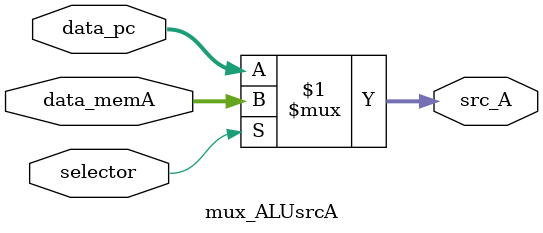
<source format=v>
module mux_ALUsrcA(
    input wire             selector,
    input wire      [31:0] data_pc,
    input wire      [31:0] data_memA,
    output wire     [31:0] src_A
);

    assign src_A = (selector) ? data_memA : data_pc;

endmodule

</source>
